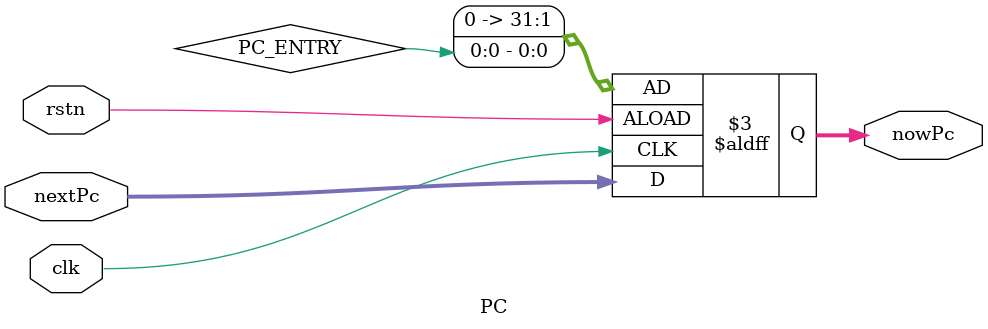
<source format=v>
`define PC_ENTRY 64'h80000000

module PC(
    input clk,//CPU时钟
    input rstn,//reset信号              
    input [31:0] nextPc,//下一条指令的地址
    output reg [31:0] nowPc//目前指令的地址
);
    always @(posedge clk or negedge rstn) begin
        if(!rstn) begin
            nowPc <= PC_ENTRY;
        end
        else begin
            nowPc <= nextPc;
        end
    end
    
endmodule

</source>
